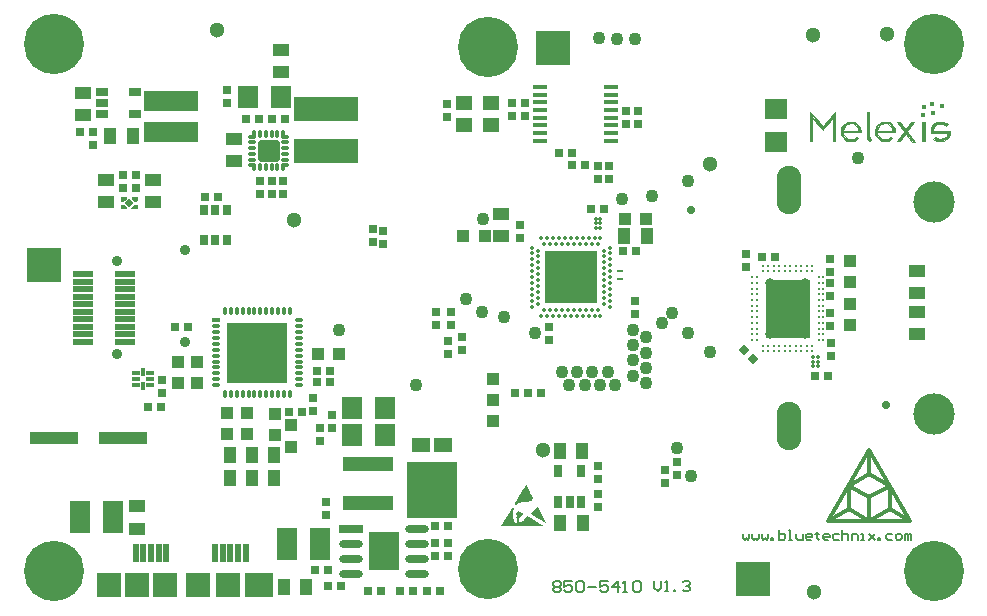
<source format=gts>
G04*
G04 #@! TF.GenerationSoftware,Altium Limited,Altium Designer,18.1.7 (191)*
G04*
G04 Layer_Color=8388736*
%FSLAX44Y44*%
%MOMM*%
G71*
G01*
G75*
%ADD10C,0.2000*%
%ADD11C,0.3000*%
%ADD70C,0.1016*%
%ADD71R,0.5000X0.2000*%
%ADD72R,3.0000X3.0000*%
%ADD73R,0.3302X0.3302*%
%ADD74R,2.5500X3.2500*%
%ADD75R,3.6958X5.0000*%
%ADD76R,0.7000X0.7000*%
%ADD77R,1.7000X1.9000*%
G04:AMPARAMS|DCode=78|XSize=0.7mm|YSize=0.3mm|CornerRadius=0.1mm|HoleSize=0mm|Usage=FLASHONLY|Rotation=180.000|XOffset=0mm|YOffset=0mm|HoleType=Round|Shape=RoundedRectangle|*
%AMROUNDEDRECTD78*
21,1,0.7000,0.1000,0,0,180.0*
21,1,0.5000,0.3000,0,0,180.0*
1,1,0.2000,-0.2500,0.0500*
1,1,0.2000,0.2500,0.0500*
1,1,0.2000,0.2500,-0.0500*
1,1,0.2000,-0.2500,-0.0500*
%
%ADD78ROUNDEDRECTD78*%
G04:AMPARAMS|DCode=79|XSize=0.7mm|YSize=0.3mm|CornerRadius=0.1mm|HoleSize=0mm|Usage=FLASHONLY|Rotation=270.000|XOffset=0mm|YOffset=0mm|HoleType=Round|Shape=RoundedRectangle|*
%AMROUNDEDRECTD79*
21,1,0.7000,0.1000,0,0,270.0*
21,1,0.5000,0.3000,0,0,270.0*
1,1,0.2000,-0.0500,-0.2500*
1,1,0.2000,-0.0500,0.2500*
1,1,0.2000,0.0500,0.2500*
1,1,0.2000,0.0500,-0.2500*
%
%ADD79ROUNDEDRECTD79*%
G04:AMPARAMS|DCode=80|XSize=0.35mm|YSize=0.7mm|CornerRadius=0.1125mm|HoleSize=0mm|Usage=FLASHONLY|Rotation=0.000|XOffset=0mm|YOffset=0mm|HoleType=Round|Shape=RoundedRectangle|*
%AMROUNDEDRECTD80*
21,1,0.3500,0.4750,0,0,0.0*
21,1,0.1250,0.7000,0,0,0.0*
1,1,0.2250,0.0625,-0.2375*
1,1,0.2250,-0.0625,-0.2375*
1,1,0.2250,-0.0625,0.2375*
1,1,0.2250,0.0625,0.2375*
%
%ADD80ROUNDEDRECTD80*%
G04:AMPARAMS|DCode=81|XSize=0.35mm|YSize=0.7mm|CornerRadius=0.1125mm|HoleSize=0mm|Usage=FLASHONLY|Rotation=270.000|XOffset=0mm|YOffset=0mm|HoleType=Round|Shape=RoundedRectangle|*
%AMROUNDEDRECTD81*
21,1,0.3500,0.4750,0,0,270.0*
21,1,0.1250,0.7000,0,0,270.0*
1,1,0.2250,-0.2375,-0.0625*
1,1,0.2250,-0.2375,0.0625*
1,1,0.2250,0.2375,0.0625*
1,1,0.2250,0.2375,-0.0625*
%
%ADD81ROUNDEDRECTD81*%
G04:AMPARAMS|DCode=82|XSize=1.78mm|YSize=1.78mm|CornerRadius=0.134mm|HoleSize=0mm|Usage=FLASHONLY|Rotation=270.000|XOffset=0mm|YOffset=0mm|HoleType=Round|Shape=RoundedRectangle|*
%AMROUNDEDRECTD82*
21,1,1.7800,1.5120,0,0,270.0*
21,1,1.5120,1.7800,0,0,270.0*
1,1,0.2680,-0.7560,-0.7560*
1,1,0.2680,-0.7560,0.7560*
1,1,0.2680,0.7560,0.7560*
1,1,0.2680,0.7560,-0.7560*
%
%ADD82ROUNDEDRECTD82*%
%ADD83R,5.4000X2.1000*%
G04:AMPARAMS|DCode=84|XSize=0.35mm|YSize=0.35mm|CornerRadius=0.1125mm|HoleSize=0mm|Usage=FLASHONLY|Rotation=90.000|XOffset=0mm|YOffset=0mm|HoleType=Round|Shape=RoundedRectangle|*
%AMROUNDEDRECTD84*
21,1,0.3500,0.1250,0,0,90.0*
21,1,0.1250,0.3500,0,0,90.0*
1,1,0.2250,0.0625,0.0625*
1,1,0.2250,0.0625,-0.0625*
1,1,0.2250,-0.0625,-0.0625*
1,1,0.2250,-0.0625,0.0625*
%
%ADD84ROUNDEDRECTD84*%
G04:AMPARAMS|DCode=85|XSize=4.45mm|YSize=4.45mm|CornerRadius=0.113mm|HoleSize=0mm|Usage=FLASHONLY|Rotation=90.000|XOffset=0mm|YOffset=0mm|HoleType=Round|Shape=RoundedRectangle|*
%AMROUNDEDRECTD85*
21,1,4.4500,4.2240,0,0,90.0*
21,1,4.2240,4.4500,0,0,90.0*
1,1,0.2260,2.1120,2.1120*
1,1,0.2260,2.1120,-2.1120*
1,1,0.2260,-2.1120,-2.1120*
1,1,0.2260,-2.1120,2.1120*
%
%ADD85ROUNDEDRECTD85*%
%ADD86R,1.1000X1.0000*%
%ADD87R,0.7000X0.7000*%
%ADD88R,0.6500X0.3500*%
%ADD89R,0.3500X0.6500*%
%ADD90R,0.3200X0.3500*%
%ADD91P,0.8202X4X180.0*%
%ADD92C,0.3000*%
%ADD93R,0.8000X1.1000*%
%ADD94R,0.8000X1.1000*%
%ADD95R,1.0000X0.7000*%
%ADD96R,1.1000X1.4000*%
%ADD97R,0.7500X0.3500*%
%ADD98O,0.7500X0.3500*%
%ADD99O,0.3500X0.7500*%
%ADD100R,5.2000X5.2000*%
%ADD101C,1.1000*%
%ADD102R,1.4000X1.1000*%
%ADD103C,0.3500*%
%ADD104R,1.3000X0.4000*%
%ADD105R,1.0000X1.1000*%
%ADD106R,1.9000X1.7000*%
%ADD107R,4.6000X1.7000*%
%ADD108R,1.4000X1.2000*%
%ADD109R,4.1000X1.1000*%
%ADD110R,1.5500X1.2500*%
%ADD111R,4.2500X4.7500*%
%ADD112R,1.7000X2.8000*%
%ADD113C,0.2800*%
%ADD114R,4.3000X1.3000*%
%ADD115R,2.0000X0.7000*%
%ADD116O,2.0000X0.7000*%
%ADD117R,0.7000X0.9000*%
%ADD118P,0.9900X4X360.0*%
%ADD119R,2.0000X2.0000*%
%ADD120R,0.5000X1.5000*%
%ADD121R,2.4000X2.0000*%
%ADD122R,1.7000X0.5000*%
%ADD123R,1.7000X0.5000*%
%ADD124C,0.7000*%
%ADD125C,3.5000*%
%ADD126C,0.9000*%
%ADD127C,1.3000*%
%ADD128C,0.8000*%
%ADD129C,5.1000*%
%ADD130O,2.1000X4.1000*%
%ADD131C,0.4500*%
%ADD132C,0.5500*%
G36*
X98098Y343493D02*
X98192Y343464D01*
X98279Y343418D01*
X98355Y343355D01*
X98418Y343279D01*
X98464Y343192D01*
X98493Y343098D01*
X98502Y343000D01*
Y340500D01*
Y340500D01*
Y340500D01*
X98498Y340452D01*
X98493Y340402D01*
X98493Y340402D01*
Y340402D01*
X98478Y340353D01*
X98464Y340308D01*
X98464Y340308D01*
X98464Y340308D01*
X98444Y340270D01*
X98418Y340221D01*
X98418Y340221D01*
X98418Y340221D01*
X98400Y340199D01*
X98355Y340145D01*
X98355Y340145D01*
X98355Y340145D01*
X98300Y340100D01*
X98279Y340082D01*
X98279Y340082D01*
X98279Y340082D01*
X98230Y340056D01*
X98192Y340036D01*
X98192Y340036D01*
X98192Y340036D01*
X98147Y340022D01*
X98098Y340007D01*
X98098D01*
X98098Y340007D01*
X98048Y340002D01*
X98000Y339998D01*
X98000D01*
X98000D01*
X95800Y339998D01*
X95800Y339998D01*
X95750Y340003D01*
X95701Y340008D01*
X95639Y340027D01*
X95607Y340036D01*
X95607Y340037D01*
X95607D01*
X95601Y340040D01*
X95520Y340083D01*
X95444Y340145D01*
X93647Y341943D01*
X93613Y341983D01*
X93585Y342018D01*
X93585Y342018D01*
X93584Y342019D01*
X93559Y342067D01*
X93538Y342104D01*
X93538Y342105D01*
X93538Y342106D01*
X93525Y342150D01*
X93510Y342199D01*
X93509Y342200D01*
X93509Y342200D01*
X93504Y342249D01*
X93499Y342297D01*
Y342298D01*
X93499Y342298D01*
X93499Y342298D01*
X93498Y342999D01*
X93498Y342999D01*
X93498Y343000D01*
X93502Y343046D01*
X93507Y343097D01*
X93507Y343097D01*
X93507Y343098D01*
X93521Y343143D01*
X93535Y343191D01*
X93536Y343192D01*
X93536Y343192D01*
X93558Y343234D01*
X93581Y343278D01*
X93582Y343279D01*
X93582Y343279D01*
X93612Y343315D01*
X93644Y343354D01*
X93644Y343355D01*
X93645Y343355D01*
X93682Y343386D01*
X93720Y343417D01*
X93720Y343417D01*
X93721Y343418D01*
X93764Y343441D01*
X93806Y343464D01*
X93807Y343464D01*
X93808Y343464D01*
X93854Y343478D01*
X93901Y343493D01*
X93901Y343493D01*
X93902Y343493D01*
X93951Y343498D01*
X93999Y343502D01*
X93999Y343502D01*
X94000Y343502D01*
X98000D01*
X98098Y343493D01*
D02*
G37*
G36*
X89049Y343498D02*
X89098Y343493D01*
X89099Y343493D01*
X89099Y343493D01*
X89146Y343478D01*
X89192Y343464D01*
X89193Y343464D01*
X89193Y343464D01*
X89236Y343441D01*
X89279Y343418D01*
X89280Y343417D01*
X89280Y343417D01*
X89318Y343386D01*
X89355Y343355D01*
X89356Y343355D01*
X89356Y343354D01*
X89388Y343315D01*
X89418Y343279D01*
X89418Y343279D01*
X89418Y343278D01*
X89442Y343234D01*
X89464Y343192D01*
X89464Y343192D01*
X89465Y343191D01*
X89479Y343143D01*
X89493Y343098D01*
X89493Y343097D01*
X89493Y343097D01*
X89498Y343046D01*
X89502Y343000D01*
X89502Y342999D01*
X89502Y342999D01*
X89501Y342298D01*
X89501Y342298D01*
X89501Y342298D01*
Y342297D01*
X89496Y342249D01*
X89491Y342200D01*
X89491Y342200D01*
X89490Y342199D01*
X89475Y342150D01*
X89462Y342106D01*
X89462Y342105D01*
X89462Y342104D01*
X89441Y342067D01*
X89416Y342019D01*
X89415Y342018D01*
X89415Y342018D01*
X89387Y341983D01*
X89353Y341943D01*
X87556Y340145D01*
X87480Y340083D01*
X87399Y340040D01*
X87393Y340037D01*
X87393D01*
X87393Y340036D01*
X87361Y340027D01*
X87299Y340008D01*
X87250Y340003D01*
X87200Y339998D01*
X87200Y339998D01*
X85000Y339998D01*
X85000D01*
X85000D01*
X84952Y340002D01*
X84902Y340007D01*
X84902Y340007D01*
X84902D01*
X84853Y340022D01*
X84808Y340036D01*
X84808Y340036D01*
X84808Y340036D01*
X84770Y340056D01*
X84721Y340082D01*
X84721Y340082D01*
X84721Y340082D01*
X84700Y340100D01*
X84645Y340145D01*
X84645Y340145D01*
X84645Y340145D01*
X84600Y340199D01*
X84582Y340221D01*
X84582Y340221D01*
X84582Y340221D01*
X84556Y340270D01*
X84536Y340308D01*
X84536Y340308D01*
X84536Y340308D01*
X84522Y340353D01*
X84507Y340402D01*
Y340402D01*
X84507Y340402D01*
X84502Y340452D01*
X84498Y340500D01*
Y340500D01*
Y340500D01*
Y343000D01*
X84507Y343098D01*
X84536Y343192D01*
X84582Y343279D01*
X84645Y343355D01*
X84721Y343418D01*
X84808Y343464D01*
X84902Y343493D01*
X85000Y343502D01*
X89000D01*
X89001Y343502D01*
X89001Y343502D01*
X89049Y343498D01*
D02*
G37*
G36*
X98048Y336998D02*
X98098Y336993D01*
X98098Y336993D01*
X98098D01*
X98147Y336978D01*
X98192Y336964D01*
X98192Y336964D01*
X98192Y336964D01*
X98230Y336944D01*
X98279Y336918D01*
X98279Y336918D01*
X98279Y336918D01*
X98300Y336900D01*
X98355Y336855D01*
X98355Y336855D01*
X98355Y336855D01*
X98400Y336801D01*
X98418Y336779D01*
X98418Y336779D01*
X98418Y336779D01*
X98444Y336730D01*
X98464Y336692D01*
X98464Y336692D01*
X98464Y336692D01*
X98478Y336647D01*
X98493Y336598D01*
Y336598D01*
X98493Y336598D01*
X98498Y336548D01*
X98502Y336500D01*
Y336500D01*
Y336500D01*
Y334000D01*
Y334000D01*
Y334000D01*
X98493Y333902D01*
X98475Y333845D01*
X98464Y333808D01*
X98464Y333808D01*
D01*
X98418Y333721D01*
X98378Y333672D01*
X98355Y333645D01*
X98355Y333645D01*
X98355Y333645D01*
X98328Y333622D01*
X98279Y333582D01*
X98192Y333536D01*
D01*
X98192Y333536D01*
X98155Y333525D01*
X98098Y333507D01*
X98000Y333498D01*
X98000D01*
X98000D01*
X93300Y333498D01*
X93299Y333498D01*
X93241Y333504D01*
X93201Y333508D01*
X93107Y333536D01*
D01*
X93107Y333536D01*
X93020Y333583D01*
X92993Y333605D01*
X92944Y333645D01*
X92904Y333694D01*
X92882Y333722D01*
X92860Y333762D01*
X92835Y333808D01*
X92807Y333903D01*
X92804Y333929D01*
X92797Y334001D01*
X92803Y334059D01*
X92807Y334099D01*
X92835Y334193D01*
D01*
X92835Y334193D01*
X92882Y334280D01*
X92904Y334307D01*
X92944Y334356D01*
X92944Y334356D01*
X95444Y336855D01*
X95444Y336855D01*
X95444Y336855D01*
X95444Y336855D01*
X95478Y336882D01*
X95520Y336917D01*
X95520Y336917D01*
X95520Y336917D01*
X95579Y336949D01*
X95607Y336964D01*
X95607Y336964D01*
X95607Y336964D01*
X95643Y336975D01*
X95701Y336992D01*
X95702Y336992D01*
D01*
X95800Y337002D01*
X95800Y337002D01*
X98000Y337002D01*
X98000D01*
X98000D01*
X98048Y336998D01*
D02*
G37*
G36*
X87200Y337002D02*
X87200Y337002D01*
X87250Y336997D01*
X87299Y336992D01*
X87361Y336973D01*
X87393Y336964D01*
X87393Y336964D01*
X87393D01*
X87399Y336960D01*
X87480Y336917D01*
X87556Y336855D01*
X89353Y335057D01*
X89387Y335017D01*
X89415Y334982D01*
X89415Y334982D01*
X89416Y334981D01*
X89441Y334933D01*
X89462Y334896D01*
X89462Y334895D01*
X89462Y334894D01*
X89475Y334851D01*
X89490Y334801D01*
X89491Y334800D01*
X89491Y334800D01*
X89496Y334751D01*
X89501Y334703D01*
Y334702D01*
X89501Y334702D01*
X89501Y334702D01*
X89502Y334001D01*
X89502Y334001D01*
X89502Y334000D01*
X89498Y333954D01*
X89493Y333903D01*
X89493Y333903D01*
X89493Y333902D01*
X89479Y333857D01*
X89465Y333809D01*
X89464Y333809D01*
X89464Y333808D01*
X89442Y333766D01*
X89418Y333722D01*
X89418Y333722D01*
X89418Y333721D01*
X89388Y333685D01*
X89356Y333646D01*
X89356Y333645D01*
X89355Y333645D01*
X89318Y333614D01*
X89280Y333583D01*
X89280Y333583D01*
X89279Y333582D01*
X89236Y333559D01*
X89193Y333536D01*
X89193Y333536D01*
X89192Y333536D01*
X89146Y333522D01*
X89099Y333507D01*
X89099Y333507D01*
X89098Y333507D01*
X89049Y333503D01*
X89001Y333498D01*
X89001Y333498D01*
X89000Y333498D01*
X85000D01*
X84902Y333507D01*
X84808Y333536D01*
X84721Y333582D01*
X84645Y333645D01*
X84582Y333721D01*
X84536Y333808D01*
X84507Y333902D01*
X84498Y334000D01*
Y336500D01*
Y336500D01*
Y336500D01*
X84502Y336548D01*
X84507Y336598D01*
X84507Y336598D01*
Y336598D01*
X84522Y336647D01*
X84536Y336692D01*
X84536Y336692D01*
X84536Y336692D01*
X84556Y336730D01*
X84582Y336779D01*
X84582Y336779D01*
X84582Y336779D01*
X84600Y336801D01*
X84645Y336855D01*
X84645Y336855D01*
X84645Y336855D01*
X84700Y336900D01*
X84721Y336918D01*
X84721Y336918D01*
X84721Y336918D01*
X84770Y336944D01*
X84808Y336964D01*
X84808Y336964D01*
X84808Y336964D01*
X84853Y336978D01*
X84902Y336993D01*
X84902D01*
X84902Y336993D01*
X84952Y336998D01*
X85000Y337002D01*
X85000D01*
X85000D01*
X87200Y337002D01*
D02*
G37*
G36*
X427758Y99962D02*
X427804Y99916D01*
X427850Y99824D01*
X427942Y99641D01*
X428079Y99366D01*
X428262Y99000D01*
X428491Y98541D01*
X428812Y97946D01*
X429179Y97167D01*
X429637Y96250D01*
X429912Y95746D01*
X430233Y95196D01*
X430553Y94555D01*
X430874Y93868D01*
X431241Y93180D01*
X431653Y92401D01*
X432111Y91531D01*
X432570Y90660D01*
X433028Y89698D01*
X433578Y88690D01*
Y88644D01*
X433532Y88552D01*
X433440Y88415D01*
X433303Y88231D01*
X433165Y87957D01*
X432890Y87727D01*
X432615Y87453D01*
X432249Y87178D01*
X431791Y86857D01*
X431287Y86582D01*
X430645Y86353D01*
X429912Y86124D01*
X429087Y85895D01*
X428171Y85757D01*
X427117Y85666D01*
X425925Y85620D01*
X425467D01*
X425146Y85574D01*
X424780Y85528D01*
X424322Y85482D01*
X423863Y85391D01*
X423314Y85299D01*
X422214Y84978D01*
X421068Y84520D01*
X420518Y84245D01*
X420014Y83924D01*
X419510Y83512D01*
X419098Y83054D01*
X419052Y83099D01*
X418915Y83191D01*
X418731Y83283D01*
X418502Y83466D01*
X417998Y83787D01*
X417815Y83970D01*
X417677Y84108D01*
X417723Y84153D01*
X417769Y84291D01*
X417907Y84474D01*
X418090Y84795D01*
X418319Y85116D01*
X418548Y85574D01*
X418869Y86032D01*
X419190Y86536D01*
X419556Y87132D01*
X419923Y87727D01*
X420747Y89056D01*
X421618Y90477D01*
X422535Y91943D01*
X423451Y93409D01*
X424322Y94876D01*
X425146Y96205D01*
X425880Y97396D01*
X426246Y97946D01*
X426521Y98450D01*
X426796Y98862D01*
X427025Y99229D01*
X427254Y99550D01*
X427392Y99779D01*
X427483Y99962D01*
X427529Y100008D01*
X427758D01*
Y99962D01*
D02*
G37*
G36*
X444483Y68162D02*
X444437D01*
X444392Y68116D01*
X444346Y68024D01*
X444300D01*
X444208Y68116D01*
X444071Y68208D01*
X443842Y68299D01*
X443567Y68482D01*
X443246Y68666D01*
X442467Y69078D01*
X441596Y69628D01*
X440542Y70224D01*
X439443Y70865D01*
X438297Y71507D01*
X437152Y72194D01*
X436052Y72835D01*
X434952Y73477D01*
X433944Y74073D01*
X433119Y74577D01*
X432707Y74852D01*
X432386Y75035D01*
X432111Y75218D01*
X431882Y75356D01*
X431699Y75493D01*
X431561Y75585D01*
Y75905D01*
X433761Y77693D01*
X433807Y77738D01*
X433944Y77876D01*
X434128Y78105D01*
X434357Y78426D01*
X434677Y78838D01*
X435044Y79342D01*
X435456Y79984D01*
X435869Y80671D01*
X437381Y81129D01*
X444483Y68162D01*
D02*
G37*
G36*
X416211Y81313D02*
X416349Y81267D01*
X416532Y81129D01*
X416761Y80992D01*
X417219Y80717D01*
X417403Y80579D01*
X417494Y80442D01*
X417448Y80350D01*
X417311Y80121D01*
X417128Y79755D01*
X416898Y79250D01*
X416669Y78655D01*
X416395Y78013D01*
X416165Y77326D01*
X415982Y76639D01*
Y76547D01*
Y76410D01*
Y76272D01*
X416028Y76043D01*
X416074Y75768D01*
Y75447D01*
X416165Y75127D01*
X416211Y74714D01*
X416303Y74256D01*
X416395Y73752D01*
X416532Y73202D01*
X416715Y72652D01*
X416853Y72011D01*
X417311Y70590D01*
X417677Y69170D01*
Y69124D01*
X417723Y69032D01*
X417769Y68849D01*
X417861Y68666D01*
X418044Y68345D01*
X418136Y68208D01*
X418227Y68162D01*
X419098Y67841D01*
X419556D01*
X419602Y67887D01*
X419739Y67933D01*
X419831Y68070D01*
X419969Y68253D01*
X420106Y68574D01*
X420198Y68987D01*
X420243Y69536D01*
Y69765D01*
Y69857D01*
Y70040D01*
X420198Y70361D01*
X420152Y70774D01*
X420014Y71186D01*
X419877Y71644D01*
X419648Y72056D01*
X419327Y72423D01*
Y72469D01*
X419373Y72606D01*
Y72790D01*
X419419Y73019D01*
X419464Y73523D01*
X419510Y73752D01*
Y73935D01*
Y74073D01*
Y74118D01*
Y74256D01*
X419464Y74439D01*
Y74714D01*
X419373Y75035D01*
X419281Y75402D01*
X419144Y75814D01*
X418960Y76272D01*
X419052Y76318D01*
X419235Y76501D01*
X419510Y76776D01*
X419831Y77097D01*
X420198Y77463D01*
X420473Y77876D01*
X420702Y78242D01*
X420839Y78563D01*
X420977D01*
X421068Y78471D01*
X421160Y78380D01*
X421343Y78242D01*
X421847Y77876D01*
X422443Y77418D01*
X423130Y76959D01*
X423818Y76547D01*
X424551Y76181D01*
X425238Y75905D01*
Y75768D01*
X425192Y75676D01*
X425055Y75539D01*
X424826Y75264D01*
X424642Y75081D01*
X424413Y74852D01*
X424138Y74531D01*
X423818Y74210D01*
X423451Y73844D01*
X422993Y73385D01*
X422489Y72881D01*
X421893Y72332D01*
Y72286D01*
X421847Y72194D01*
X421801Y72011D01*
X421710Y71827D01*
X421572Y71415D01*
X421526Y71232D01*
Y71048D01*
Y69674D01*
Y69628D01*
X421572Y69536D01*
X421618Y69490D01*
X421985Y68987D01*
X422351Y68712D01*
X422855D01*
X423039Y68757D01*
X423314Y68849D01*
X423634Y68987D01*
X423955Y69124D01*
X424276Y69307D01*
X424597Y69490D01*
X424780Y69765D01*
X425330Y70590D01*
Y70636D01*
X425376Y70682D01*
X425605Y70957D01*
X425880Y71369D01*
X426292Y71873D01*
X426750Y72377D01*
X427300Y72973D01*
X427942Y73477D01*
X428583Y73935D01*
X428629Y73889D01*
X428721Y73844D01*
X428950Y73706D01*
X429179Y73569D01*
X429500Y73385D01*
X429866Y73156D01*
X430278Y72881D01*
X430783Y72561D01*
X431836Y71919D01*
X433028Y71186D01*
X434265Y70407D01*
X435594Y69582D01*
X436877Y68757D01*
X438160Y67978D01*
X439351Y67245D01*
X440405Y66558D01*
X440863Y66283D01*
X441276Y66008D01*
X441688Y65779D01*
X442009Y65550D01*
X442238Y65367D01*
X442421Y65275D01*
X442559Y65183D01*
X442604Y65138D01*
Y65046D01*
X406451D01*
X406360Y65092D01*
X406268Y65138D01*
X406222Y65275D01*
X416074Y81358D01*
X416165D01*
X416211Y81313D01*
D02*
G37*
D10*
X611115Y58832D02*
Y54833D01*
X612448Y53500D01*
X613781Y54833D01*
X615114Y53500D01*
X616446Y54833D01*
Y58832D01*
X619112D02*
Y54833D01*
X620445Y53500D01*
X621778Y54833D01*
X623111Y53500D01*
X624444Y54833D01*
Y58832D01*
X627110D02*
Y54833D01*
X628443Y53500D01*
X629776Y54833D01*
X631109Y53500D01*
X632441Y54833D01*
Y58832D01*
X635107Y53500D02*
Y54833D01*
X636440D01*
Y53500D01*
X635107D01*
X641772Y61498D02*
Y53500D01*
X645770D01*
X647103Y54833D01*
Y56166D01*
Y57499D01*
X645770Y58832D01*
X641772D01*
X649769Y53500D02*
X652435D01*
X651102D01*
Y61498D01*
X649769D01*
X656434Y58832D02*
Y54833D01*
X657767Y53500D01*
X661765D01*
Y58832D01*
X668430Y53500D02*
X665764D01*
X664431Y54833D01*
Y57499D01*
X665764Y58832D01*
X668430D01*
X669763Y57499D01*
Y56166D01*
X664431D01*
X673761Y60165D02*
Y58832D01*
X672429D01*
X675094D01*
X673761D01*
Y54833D01*
X675094Y53500D01*
X683092D02*
X680426D01*
X679093Y54833D01*
Y57499D01*
X680426Y58832D01*
X683092D01*
X684425Y57499D01*
Y56166D01*
X679093D01*
X692422Y58832D02*
X688423D01*
X687090Y57499D01*
Y54833D01*
X688423Y53500D01*
X692422D01*
X695088Y61498D02*
Y53500D01*
Y57499D01*
X696421Y58832D01*
X699087D01*
X700419Y57499D01*
Y53500D01*
X703085D02*
Y58832D01*
X707084D01*
X708417Y57499D01*
Y53500D01*
X711083D02*
X713748D01*
X712416D01*
Y58832D01*
X711083D01*
X717747D02*
X723079Y53500D01*
X720413Y56166D01*
X723079Y58832D01*
X717747Y53500D01*
X725745D02*
Y54833D01*
X727078D01*
Y53500D01*
X725745D01*
X737741Y58832D02*
X733742D01*
X732409Y57499D01*
Y54833D01*
X733742Y53500D01*
X737741D01*
X741740D02*
X744405D01*
X745738Y54833D01*
Y57499D01*
X744405Y58832D01*
X741740D01*
X740407Y57499D01*
Y54833D01*
X741740Y53500D01*
X748404D02*
Y58832D01*
X749737D01*
X751070Y57499D01*
Y53500D01*
Y57499D01*
X752403Y58832D01*
X753736Y57499D01*
Y53500D01*
X450000Y17331D02*
X451666Y18997D01*
X454998D01*
X456665Y17331D01*
Y15664D01*
X454998Y13998D01*
X456665Y12332D01*
Y10666D01*
X454998Y9000D01*
X451666D01*
X450000Y10666D01*
Y12332D01*
X451666Y13998D01*
X450000Y15664D01*
Y17331D01*
X451666Y13998D02*
X454998D01*
X466661Y18997D02*
X459997D01*
Y13998D01*
X463329Y15664D01*
X464995D01*
X466661Y13998D01*
Y10666D01*
X464995Y9000D01*
X461663D01*
X459997Y10666D01*
X469994Y17331D02*
X471660Y18997D01*
X474992D01*
X476658Y17331D01*
Y10666D01*
X474992Y9000D01*
X471660D01*
X469994Y10666D01*
Y17331D01*
X479990Y13998D02*
X486655D01*
X496652Y18997D02*
X489987D01*
Y13998D01*
X493319Y15664D01*
X494986D01*
X496652Y13998D01*
Y10666D01*
X494986Y9000D01*
X491653D01*
X489987Y10666D01*
X504982Y9000D02*
Y18997D01*
X499984Y13998D01*
X506648D01*
X509981Y9000D02*
X513313D01*
X511647D01*
Y18997D01*
X509981Y17331D01*
X518311D02*
X519977Y18997D01*
X523310D01*
X524976Y17331D01*
Y10666D01*
X523310Y9000D01*
X519977D01*
X518311Y10666D01*
Y17331D01*
X536000Y18997D02*
Y12999D01*
X538999Y10000D01*
X541998Y12999D01*
Y18997D01*
X544997Y10000D02*
X547996D01*
X546497D01*
Y18997D01*
X544997Y17498D01*
X552495Y10000D02*
Y11500D01*
X553994D01*
Y10000D01*
X552495D01*
X559992Y17498D02*
X561492Y18997D01*
X564491D01*
X565990Y17498D01*
Y15998D01*
X564491Y14498D01*
X562991D01*
X564491D01*
X565990Y12999D01*
Y11500D01*
X564491Y10000D01*
X561492D01*
X559992Y11500D01*
D11*
X718118Y89500D02*
X735439Y99500D01*
X718118Y69500D02*
Y89500D01*
X700798Y99500D02*
X718118Y89500D01*
X700798Y79500D02*
X718118Y69500D01*
Y109500D02*
X735439Y99500D01*
X700798D02*
X718118Y109500D01*
X683477Y69500D02*
X700798Y79500D01*
X718118Y69500D02*
X735439Y79500D01*
X752759Y69500D01*
X718118Y109500D02*
Y129500D01*
X700798Y79500D02*
Y99500D01*
X735439Y79500D02*
Y99500D01*
X718118Y129500D02*
X752759Y69500D01*
X683477D02*
X752759D01*
X683477D02*
X718118Y129500D01*
D70*
X669120Y390856D02*
X669882D01*
Y410414D01*
X670390D01*
X670644Y410160D01*
X678518Y402794D01*
X687408Y410414D01*
X678772Y401016D02*
X687408Y410414D01*
X678518Y400508D02*
X678772Y401016D01*
X670390Y409652D02*
X678518Y400508D01*
X670390Y409652D02*
Y409906D01*
X669882Y410922D02*
X670390Y409906D01*
X669628Y410668D02*
X669882Y410922D01*
X669628Y410668D02*
X678518Y401270D01*
X687662Y411176D01*
Y391110D02*
Y411176D01*
Y391110D02*
X688170D01*
Y390856D02*
Y391110D01*
X687408Y390856D02*
X688170D01*
X687408D02*
Y412700D01*
X688170D01*
X678518Y402032D02*
X688170Y412700D01*
X669628Y411684D02*
X678518Y402032D01*
X669374Y411684D02*
X669628D01*
X669374D02*
Y412700D01*
X669628D01*
Y390856D02*
Y412700D01*
X668866Y390856D02*
X669628D01*
X668866D02*
Y391364D01*
X668104D02*
X668866D01*
X668104Y390856D02*
Y391364D01*
Y390856D02*
X668866D01*
Y413970D01*
X668612D02*
X668866D01*
X668612D02*
X678518Y403048D01*
X688170Y413716D01*
Y390856D02*
Y413716D01*
Y390856D02*
X688932D01*
Y415494D01*
X678518Y403810D02*
X688932Y415494D01*
X668104D02*
X678518Y403810D01*
X668104Y390856D02*
Y415494D01*
X723984Y396698D02*
X724238Y396444D01*
X725000Y395428D01*
X725508Y394666D01*
X726016Y394412D01*
X726778Y393650D01*
X727794Y392888D01*
X729064Y392380D01*
X730334Y392126D01*
X733128Y392380D01*
X735160Y393142D01*
X735922Y393904D01*
X736430Y393396D01*
X735922Y392888D02*
X736430Y393396D01*
X734906Y392380D02*
X735922Y392888D01*
X733890Y392126D02*
X734906Y392380D01*
X733128Y391618D02*
X733890Y392126D01*
X730080Y391618D02*
X733128D01*
X729318Y391872D02*
X730080Y391618D01*
X728302Y392126D02*
X729318Y391872D01*
X727032Y392888D02*
X728302Y392126D01*
X725508Y393904D02*
X727032Y392888D01*
X724746Y394920D02*
X725508Y393904D01*
X724492Y394920D02*
X724746D01*
X723984Y395682D02*
X724492Y394920D01*
X723984Y395682D02*
X725000Y395936D01*
X723984Y396698D02*
X725000Y395936D01*
X723476Y397460D02*
X723984Y396698D01*
X723476Y397460D02*
X723730Y397714D01*
X725000Y396444D01*
X724492Y397714D02*
X725000Y396444D01*
X723984Y398476D02*
X724492Y397714D01*
X723730Y400000D02*
X723984Y398476D01*
X723730Y400000D02*
Y401524D01*
X724238Y402540D01*
X724746Y403810D01*
X725508Y404826D01*
X726270Y405334D01*
X727286Y406350D01*
X728556Y406604D01*
X730080Y407112D01*
X733636D01*
X734144Y406604D01*
X735414Y406096D01*
X736176Y405334D01*
X737700Y404064D01*
X737954Y403556D01*
X738462Y402286D01*
X738970Y401270D01*
X739224Y400254D01*
X738970Y399492D02*
X739224Y400254D01*
X738462Y400000D02*
X738970Y399492D01*
X738462Y400000D02*
Y400508D01*
X738208Y401778D02*
X738462Y400508D01*
X737192Y403810D02*
X738208Y401778D01*
X736684Y404572D02*
X737192Y403810D01*
X735414Y405588D02*
X736684Y404572D01*
X734398Y406096D02*
X735414Y405588D01*
X733128Y406604D02*
X734398Y406096D01*
X731858Y406858D02*
X733128Y406604D01*
X730588Y406858D02*
X731858D01*
X729826Y406604D02*
X730588Y406858D01*
X728302Y406350D02*
X729826Y406604D01*
X727540Y405588D02*
X728302Y406350D01*
X726524Y405080D02*
X727540Y405588D01*
X726016Y404318D02*
X726524Y405080D01*
X725254Y403302D02*
X726016Y404318D01*
X724492Y401778D02*
X725254Y403302D01*
X724238Y400508D02*
X724492Y401778D01*
X724238Y400508D02*
X724492Y399492D01*
X725254Y398730D01*
X724746D02*
X725254D01*
X724746D02*
Y399238D01*
X737192D01*
X737446Y398984D01*
X738716D01*
X737954Y399492D02*
X738716Y398984D01*
X737446Y400000D02*
X737954Y399492D01*
X725000Y400000D02*
X737446D01*
X725000D02*
Y400508D01*
X725254Y401524D01*
X726524Y404064D01*
X727540Y404826D01*
X728302Y405588D01*
X729572Y405842D01*
X730588Y406096D01*
X732874D01*
X734906Y405080D01*
X735922Y404318D01*
X736684Y403556D01*
X737446Y402286D01*
X737700Y401016D01*
Y400000D02*
Y401016D01*
Y400000D02*
X738970Y399238D01*
X739732Y398476D01*
X725762D02*
X739732D01*
X725000Y398222D02*
X725762Y398476D01*
X725000Y397460D02*
Y398222D01*
Y397460D02*
X725254Y396444D01*
X725762Y395936D01*
X725254Y396190D02*
X725762Y395936D01*
X725254Y396190D02*
X727032Y394412D01*
X728048Y393650D01*
X728810Y393142D01*
X728556D02*
X728810D01*
X728556D02*
X729826Y392888D01*
X730842Y392634D01*
X732874D01*
X733890Y392888D01*
X734906Y393650D01*
X735922Y394666D01*
X737192Y393396D01*
X736684Y392888D02*
X737192Y393396D01*
X735922Y392380D02*
X736684Y392888D01*
X734652Y391618D02*
X735922Y392380D01*
X733128Y391110D02*
X734652Y391618D01*
X731858Y390856D02*
X733128Y391110D01*
X730334Y390856D02*
X731858D01*
X729064Y391110D02*
X730334Y390856D01*
X728048Y391618D02*
X729064Y391110D01*
X726778Y392380D02*
X728048Y391618D01*
X725254Y393396D02*
X726778Y392380D01*
X723730Y395174D02*
X725254Y393396D01*
X723222Y396698D02*
X723730Y395174D01*
X722968Y397714D02*
X723222Y396698D01*
X722968Y397714D02*
Y400762D01*
X723476Y402540D01*
X723984Y403810D01*
X725000Y405080D01*
X727032Y406604D01*
X728048Y407112D01*
X729318Y407366D01*
X730334Y407620D01*
X733382D01*
X734906Y407112D01*
X736176Y406350D01*
X738462Y404064D01*
X738970Y403048D01*
X739478Y401778D01*
X739732Y400254D01*
Y398476D02*
Y400254D01*
X695028Y396698D02*
X695282Y396444D01*
X696044Y395428D01*
X696552Y394666D01*
X697060Y394412D01*
X697822Y393650D01*
X698838Y392888D01*
X700108Y392380D01*
X701378Y392126D01*
X704172Y392380D01*
X706204Y393142D01*
X706966Y393904D01*
X707474Y393396D01*
X706966Y392888D02*
X707474Y393396D01*
X705950Y392380D02*
X706966Y392888D01*
X704934Y392126D02*
X705950Y392380D01*
X704172Y391618D02*
X704934Y392126D01*
X701124Y391618D02*
X704172D01*
X700362Y391872D02*
X701124Y391618D01*
X699346Y392126D02*
X700362Y391872D01*
X698076Y392888D02*
X699346Y392126D01*
X696552Y393904D02*
X698076Y392888D01*
X695790Y394920D02*
X696552Y393904D01*
X695536Y394920D02*
X695790D01*
X695028Y395682D02*
X695536Y394920D01*
X695028Y395682D02*
X696044Y395936D01*
X695028Y396698D02*
X696044Y395936D01*
X694520Y397460D02*
X695028Y396698D01*
X694520Y397460D02*
X694774Y397714D01*
X696044Y396444D01*
X695536Y397714D02*
X696044Y396444D01*
X695028Y398476D02*
X695536Y397714D01*
X694774Y400000D02*
X695028Y398476D01*
X694774Y400000D02*
Y401524D01*
X695282Y402540D01*
X695790Y403810D01*
X696552Y404826D01*
X697314Y405334D01*
X698330Y406350D01*
X699600Y406604D01*
X701124Y407112D01*
X704680D01*
X705188Y406604D01*
X706458Y406096D01*
X707220Y405334D01*
X708744Y404064D01*
X708998Y403556D01*
X709506Y402286D01*
X710014Y401270D01*
X710268Y400254D01*
X710014Y399492D02*
X710268Y400254D01*
X709506Y400000D02*
X710014Y399492D01*
X709506Y400000D02*
Y400508D01*
X709252Y401778D02*
X709506Y400508D01*
X708236Y403810D02*
X709252Y401778D01*
X707728Y404572D02*
X708236Y403810D01*
X706458Y405588D02*
X707728Y404572D01*
X705442Y406096D02*
X706458Y405588D01*
X704172Y406604D02*
X705442Y406096D01*
X702902Y406858D02*
X704172Y406604D01*
X701632Y406858D02*
X702902D01*
X700870Y406604D02*
X701632Y406858D01*
X699346Y406350D02*
X700870Y406604D01*
X698584Y405588D02*
X699346Y406350D01*
X697568Y405080D02*
X698584Y405588D01*
X697060Y404318D02*
X697568Y405080D01*
X696298Y403302D02*
X697060Y404318D01*
X695536Y401778D02*
X696298Y403302D01*
X695282Y400508D02*
X695536Y401778D01*
X695282Y400508D02*
X695536Y399492D01*
X696298Y398730D01*
X695790D02*
X696298D01*
X695790D02*
Y399238D01*
X708236D01*
X708490Y398984D01*
X709760D01*
X708998Y399492D02*
X709760Y398984D01*
X708490Y400000D02*
X708998Y399492D01*
X696044Y400000D02*
X708490D01*
X696044D02*
Y400508D01*
X696298Y401524D01*
X697568Y404064D01*
X698584Y404826D01*
X699346Y405588D01*
X700616Y405842D01*
X701632Y406096D01*
X703918D01*
X705950Y405080D01*
X706966Y404318D01*
X707728Y403556D01*
X708490Y402286D01*
X708744Y401016D01*
Y400000D02*
Y401016D01*
Y400000D02*
X710014Y399238D01*
X710776Y398476D01*
X696806D02*
X710776D01*
X696044Y398222D02*
X696806Y398476D01*
X696044Y397460D02*
Y398222D01*
Y397460D02*
X696298Y396444D01*
X696806Y395936D01*
X696298Y396190D02*
X696806Y395936D01*
X696298Y396190D02*
X698076Y394412D01*
X699092Y393650D01*
X699854Y393142D01*
X699600D02*
X699854D01*
X699600D02*
X700870Y392888D01*
X701886Y392634D01*
X703918D01*
X704934Y392888D01*
X705950Y393650D01*
X706966Y394666D01*
X708236Y393396D01*
X707728Y392888D02*
X708236Y393396D01*
X706966Y392380D02*
X707728Y392888D01*
X705696Y391618D02*
X706966Y392380D01*
X704172Y391110D02*
X705696Y391618D01*
X702902Y390856D02*
X704172Y391110D01*
X701378Y390856D02*
X702902D01*
X700108Y391110D02*
X701378Y390856D01*
X699092Y391618D02*
X700108Y391110D01*
X697822Y392380D02*
X699092Y391618D01*
X696298Y393396D02*
X697822Y392380D01*
X694774Y395174D02*
X696298Y393396D01*
X694266Y396698D02*
X694774Y395174D01*
X694012Y397714D02*
X694266Y396698D01*
X694012Y397714D02*
Y400762D01*
X694520Y402540D01*
X695028Y403810D01*
X696044Y405080D01*
X698076Y406604D01*
X699092Y407112D01*
X700362Y407366D01*
X701378Y407620D01*
X704426D01*
X705950Y407112D01*
X707220Y406350D01*
X709506Y404064D01*
X710014Y403048D01*
X710522Y401778D01*
X710776Y400254D01*
Y398476D02*
Y400254D01*
X717888Y392126D02*
X718142Y391618D01*
X717380Y392888D02*
X717888Y392126D01*
X716872Y393904D02*
X717380Y392888D01*
X716364Y394666D02*
X716872Y393904D01*
X716364Y394666D02*
Y415240D01*
X716872D01*
Y395428D02*
Y415240D01*
Y395428D02*
X717126Y394666D01*
X717634Y393650D01*
X718650Y392126D01*
X719158Y392634D01*
X719412Y392126D01*
X717888Y391110D02*
X719412Y392126D01*
X716872Y392380D02*
X717888Y391110D01*
X716110Y393650D02*
X716872Y392380D01*
X715856Y394666D02*
X716110Y393650D01*
X715856Y394666D02*
Y416002D01*
X717634D01*
Y395428D02*
Y416002D01*
Y395428D02*
X718396Y393904D01*
X719412Y392126D01*
X743288Y391364D02*
X755226Y407366D01*
X754464D02*
X755226D01*
X742526Y391364D02*
X754464Y407366D01*
X741510Y390856D02*
X742526Y391364D01*
X741510Y390856D02*
X743796D01*
X755988Y407620D01*
X753702D02*
X755988D01*
X741510Y390856D02*
X753702Y407620D01*
X743288Y407366D02*
X755734Y390856D01*
X754718Y391110D02*
X755734Y390856D01*
X742780Y407112D02*
X754718Y391110D01*
X741510Y407620D02*
X742780Y407112D01*
X741510Y407620D02*
X743796D01*
X756496Y390602D01*
X754210D02*
X756496D01*
X741510Y407620D02*
X754210Y390602D01*
X763862Y391110D02*
Y407366D01*
X763100Y391110D02*
X763862D01*
X763100Y390856D02*
Y391110D01*
Y390856D02*
X764624D01*
Y407620D01*
X763100D02*
X764624D01*
X763100Y390856D02*
Y407620D01*
X770720Y398984D02*
X784182D01*
X785706Y398730D01*
X785198Y399238D02*
X785706Y398730D01*
X784944Y398476D02*
X785198Y399238D01*
X784944Y397206D02*
Y398476D01*
X784182Y395428D02*
X784944Y397206D01*
X783674Y394666D02*
X784182Y395428D01*
X783674Y394666D02*
X784436D01*
X784690Y396444D01*
X784436Y395682D02*
X784690Y396444D01*
X783928Y394920D02*
X784436Y395682D01*
X782912Y394158D02*
X783928Y394920D01*
X781642Y393396D02*
X782912Y394158D01*
X780372Y392888D02*
X781642Y393396D01*
X777832Y392380D02*
X780372Y392888D01*
X776054Y392634D02*
X777832Y392380D01*
X774276Y393904D02*
X776054Y392634D01*
X774276Y393904D02*
X774784Y393142D01*
X774022Y393904D02*
X774784Y393142D01*
X773514Y394158D02*
X774022Y393904D01*
X773514Y393142D02*
Y394158D01*
Y393142D02*
X775546Y392126D01*
X777832Y391618D01*
X779610Y391872D01*
X782150Y392634D01*
X783928Y393904D01*
X785198Y395682D01*
X786214Y398222D01*
X785960Y398730D02*
X786214Y398222D01*
X785706Y397968D02*
X785960Y398730D01*
X785452Y396190D02*
X785706Y397968D01*
X785452Y396190D02*
X785706Y397206D01*
X785452Y397968D02*
X785706Y397206D01*
X785452Y397968D02*
X785960Y398730D01*
X786214Y399492D01*
X772244D02*
X786214D01*
X771736Y398984D02*
X772244Y399492D01*
X771736Y398984D02*
Y400254D01*
X770974Y398730D02*
X771736Y400254D01*
X770974Y398730D02*
X771228Y400000D01*
X771482Y401016D01*
X771736Y402286D01*
Y401270D02*
Y402286D01*
X771228Y401778D02*
X771736Y401270D01*
X771228Y401778D02*
X771736Y402794D01*
X772752Y403810D01*
X773768Y404572D01*
X772752Y403556D02*
X773768Y404572D01*
X771990Y403302D02*
X772752Y403556D01*
X771990Y403302D02*
X772752Y404572D01*
X773768Y404826D01*
X775546Y406096D01*
X778086Y406604D01*
X780372Y406350D01*
X781388Y406096D01*
X782658Y405334D01*
X783420Y404826D01*
X783928Y405334D01*
X783166Y405842D02*
X783928Y405334D01*
X782150Y406350D02*
X783166Y405842D01*
X780118Y406858D02*
X782150Y406350D01*
X775800Y406858D02*
X780118D01*
X773260Y405334D02*
X775800Y406858D01*
X772244Y404826D02*
X773260Y405334D01*
X771228Y403302D02*
X772244Y404826D01*
X770720Y400762D02*
X771228Y403302D01*
X770466Y398984D02*
X770720Y400762D01*
X769958Y398222D02*
X770466Y398984D01*
X769958Y398222D02*
X784182D01*
Y396698D02*
Y398222D01*
X783674Y395682D02*
X784182Y396698D01*
X783166Y394920D02*
X783674Y395682D01*
X782404Y394412D02*
X783166Y394920D01*
X781388Y393904D02*
X782404Y394412D01*
X780118Y393396D02*
X781388Y393904D01*
X779102Y393142D02*
X780118Y393396D01*
X777070Y393142D02*
X779102D01*
X775800Y393650D02*
X777070Y393142D01*
X774530Y394412D02*
X775800Y393650D01*
X773768Y394920D02*
X774530Y394412D01*
X772244Y393142D02*
X773768Y394920D01*
X772244Y393142D02*
X773260Y392380D01*
X775292Y391618D01*
X776816Y391110D01*
X779610D01*
X781134Y391618D01*
X783420Y392634D01*
X784690Y393904D01*
X785960Y395428D01*
X786468Y397206D01*
Y400000D01*
X772244D02*
X786468D01*
X772244D02*
Y401270D01*
X772498Y402286D01*
X773260Y403556D01*
X774530Y404826D01*
X775800Y405334D01*
X776816Y405842D01*
X779610D01*
X780626Y405588D01*
X781896Y405080D01*
X783420Y404064D01*
X784690Y405334D01*
X783674Y406096D02*
X784690Y405334D01*
X782404Y406858D02*
X783674Y406096D01*
X780880Y407366D02*
X782404Y406858D01*
X779610Y407620D02*
X780880Y407366D01*
X776816Y407620D02*
X779610D01*
X775546Y407366D02*
X776816Y407620D01*
X773514Y406350D02*
X775546Y407366D01*
X772244Y405334D02*
X773514Y406350D01*
X771228Y404318D02*
X772244Y405334D01*
X770466Y402794D02*
X771228Y404318D01*
X769958Y400254D02*
X770466Y402794D01*
X769958Y398222D02*
Y400254D01*
X667850Y415748D02*
X668104Y415494D01*
X667850Y390856D02*
Y415748D01*
Y390856D02*
X668612D01*
X689186Y415748D02*
X689440D01*
Y390856D02*
Y415748D01*
X688170Y390856D02*
X689440D01*
X763862D02*
X764878D01*
Y407620D01*
X762846D02*
X764878D01*
X762846Y390856D02*
Y407620D01*
Y390856D02*
X763354D01*
X716872Y395428D02*
Y415240D01*
X724492Y397714D02*
X725000Y396444D01*
X715856Y394666D02*
Y416002D01*
X716364Y394666D02*
Y415240D01*
X762846Y390856D02*
X763354D01*
X762846D02*
Y407620D01*
X764878D01*
Y390856D02*
Y407620D01*
X763862Y390856D02*
X764878D01*
X688170D02*
X689440D01*
Y415748D01*
X689186D02*
X689440D01*
X667850Y390856D02*
X668612D01*
X667850D02*
Y415748D01*
X668104Y415494D01*
X769958Y398222D02*
Y400254D01*
X770466Y402794D01*
X771228Y404318D01*
X772244Y405334D01*
X773514Y406350D01*
X775546Y407366D01*
X776816Y407620D01*
X779610D01*
X780880Y407366D01*
X782404Y406858D01*
X783674Y406096D01*
X784690Y405334D01*
X783420Y404064D02*
X784690Y405334D01*
X781896Y405080D02*
X783420Y404064D01*
X780626Y405588D02*
X781896Y405080D01*
X779610Y405842D02*
X780626Y405588D01*
X776816Y405842D02*
X779610D01*
X775800Y405334D02*
X776816Y405842D01*
X774530Y404826D02*
X775800Y405334D01*
X773260Y403556D02*
X774530Y404826D01*
X772498Y402286D02*
X773260Y403556D01*
X772244Y401270D02*
X772498Y402286D01*
X772244Y400000D02*
Y401270D01*
Y400000D02*
X786468D01*
Y397206D02*
Y400000D01*
X785960Y395428D02*
X786468Y397206D01*
X784690Y393904D02*
X785960Y395428D01*
X783420Y392634D02*
X784690Y393904D01*
X781134Y391618D02*
X783420Y392634D01*
X779610Y391110D02*
X781134Y391618D01*
X776816Y391110D02*
X779610D01*
X775292Y391618D02*
X776816Y391110D01*
X773260Y392380D02*
X775292Y391618D01*
X772244Y393142D02*
X773260Y392380D01*
X772244Y393142D02*
X773768Y394920D01*
X774530Y394412D01*
X775800Y393650D01*
X777070Y393142D01*
X779102D01*
X780118Y393396D01*
X781388Y393904D01*
X782404Y394412D01*
X783166Y394920D01*
X783674Y395682D01*
X784182Y396698D01*
Y398222D01*
X769958D02*
X784182D01*
X769958D02*
X770466Y398984D01*
X770720Y400762D01*
X771228Y403302D01*
X772244Y404826D01*
X773260Y405334D01*
X775800Y406858D01*
X780118D01*
X782150Y406350D01*
X783166Y405842D01*
X783928Y405334D01*
X783420Y404826D02*
X783928Y405334D01*
X782658D02*
X783420Y404826D01*
X781388Y406096D02*
X782658Y405334D01*
X780372Y406350D02*
X781388Y406096D01*
X778086Y406604D02*
X780372Y406350D01*
X775546Y406096D02*
X778086Y406604D01*
X773768Y404826D02*
X775546Y406096D01*
X772752Y404572D02*
X773768Y404826D01*
X771990Y403302D02*
X772752Y404572D01*
X771990Y403302D02*
X772752Y403556D01*
X773768Y404572D01*
X772752Y403810D02*
X773768Y404572D01*
X771736Y402794D02*
X772752Y403810D01*
X771228Y401778D02*
X771736Y402794D01*
X771228Y401778D02*
X771736Y401270D01*
Y402286D01*
X771482Y401016D02*
X771736Y402286D01*
X771228Y400000D02*
X771482Y401016D01*
X770974Y398730D02*
X771228Y400000D01*
X770974Y398730D02*
X771736Y400254D01*
Y398984D02*
Y400254D01*
Y398984D02*
X772244Y399492D01*
X786214D01*
X785960Y398730D02*
X786214Y399492D01*
X785452Y397968D02*
X785960Y398730D01*
X785452Y397968D02*
X785706Y397206D01*
X785452Y396190D02*
X785706Y397206D01*
X785452Y396190D02*
X785706Y397968D01*
X785960Y398730D01*
X786214Y398222D01*
X785198Y395682D02*
X786214Y398222D01*
X783928Y393904D02*
X785198Y395682D01*
X782150Y392634D02*
X783928Y393904D01*
X779610Y391872D02*
X782150Y392634D01*
X777832Y391618D02*
X779610Y391872D01*
X775546Y392126D02*
X777832Y391618D01*
X773514Y393142D02*
X775546Y392126D01*
X773514Y393142D02*
Y394158D01*
X774022Y393904D01*
X774784Y393142D01*
X774276Y393904D02*
X774784Y393142D01*
X774276Y393904D02*
X776054Y392634D01*
X777832Y392380D01*
X780372Y392888D01*
X781642Y393396D01*
X782912Y394158D01*
X783928Y394920D01*
X784436Y395682D01*
X784690Y396444D01*
X784436Y394666D02*
X784690Y396444D01*
X783674Y394666D02*
X784436D01*
X783674D02*
X784182Y395428D01*
X784944Y397206D01*
Y398476D01*
X785198Y399238D01*
X785706Y398730D01*
X784182Y398984D02*
X785706Y398730D01*
X770720Y398984D02*
X784182D01*
X763100Y390856D02*
Y407620D01*
X764624D01*
Y390856D02*
Y407620D01*
X763100Y390856D02*
X764624D01*
X763100D02*
Y391110D01*
X763862D01*
Y407366D01*
X741510Y407620D02*
X754210Y390602D01*
X756496D01*
X743796Y407620D02*
X756496Y390602D01*
X741510Y407620D02*
X743796D01*
X741510D02*
X742780Y407112D01*
X754718Y391110D01*
X755734Y390856D01*
X743288Y407366D02*
X755734Y390856D01*
X741510D02*
X753702Y407620D01*
X755988D01*
X743796Y390856D02*
X755988Y407620D01*
X741510Y390856D02*
X743796D01*
X741510D02*
X742526Y391364D01*
X754464Y407366D01*
X755226D01*
X743288Y391364D02*
X755226Y407366D01*
X718396Y393904D02*
X719412Y392126D01*
X717634Y395428D02*
X718396Y393904D01*
X717634Y395428D02*
Y416002D01*
X715856D02*
X717634D01*
X715856Y394666D02*
X716110Y393650D01*
X716872Y392380D01*
X717888Y391110D01*
X719412Y392126D01*
X719158Y392634D02*
X719412Y392126D01*
X718650D02*
X719158Y392634D01*
X717634Y393650D02*
X718650Y392126D01*
X717126Y394666D02*
X717634Y393650D01*
X716872Y395428D02*
X717126Y394666D01*
X716364Y415240D02*
X716872D01*
X716364Y394666D02*
X716872Y393904D01*
X717380Y392888D01*
X717888Y392126D01*
X718142Y391618D01*
X710776Y398476D02*
Y400254D01*
X710522Y401778D02*
X710776Y400254D01*
X710014Y403048D02*
X710522Y401778D01*
X709506Y404064D02*
X710014Y403048D01*
X707220Y406350D02*
X709506Y404064D01*
X705950Y407112D02*
X707220Y406350D01*
X704426Y407620D02*
X705950Y407112D01*
X701378Y407620D02*
X704426D01*
X700362Y407366D02*
X701378Y407620D01*
X699092Y407112D02*
X700362Y407366D01*
X698076Y406604D02*
X699092Y407112D01*
X696044Y405080D02*
X698076Y406604D01*
X695028Y403810D02*
X696044Y405080D01*
X694520Y402540D02*
X695028Y403810D01*
X694012Y400762D02*
X694520Y402540D01*
X694012Y397714D02*
Y400762D01*
Y397714D02*
X694266Y396698D01*
X694774Y395174D01*
X696298Y393396D01*
X697822Y392380D01*
X699092Y391618D01*
X700108Y391110D01*
X701378Y390856D01*
X702902D01*
X704172Y391110D01*
X705696Y391618D01*
X706966Y392380D01*
X707728Y392888D01*
X708236Y393396D01*
X706966Y394666D02*
X708236Y393396D01*
X705950Y393650D02*
X706966Y394666D01*
X704934Y392888D02*
X705950Y393650D01*
X703918Y392634D02*
X704934Y392888D01*
X701886Y392634D02*
X703918D01*
X700870Y392888D02*
X701886Y392634D01*
X699600Y393142D02*
X700870Y392888D01*
X699600Y393142D02*
X699854D01*
X699092Y393650D02*
X699854Y393142D01*
X698076Y394412D02*
X699092Y393650D01*
X696298Y396190D02*
X698076Y394412D01*
X696298Y396190D02*
X696806Y395936D01*
X696298Y396444D02*
X696806Y395936D01*
X696044Y397460D02*
X696298Y396444D01*
X696044Y397460D02*
Y398222D01*
X696806Y398476D01*
X710776D01*
X710014Y399238D02*
X710776Y398476D01*
X708744Y400000D02*
X710014Y399238D01*
X708744Y400000D02*
Y401016D01*
X708490Y402286D02*
X708744Y401016D01*
X707728Y403556D02*
X708490Y402286D01*
X706966Y404318D02*
X707728Y403556D01*
X705950Y405080D02*
X706966Y404318D01*
X703918Y406096D02*
X705950Y405080D01*
X701632Y406096D02*
X703918D01*
X700616Y405842D02*
X701632Y406096D01*
X699346Y405588D02*
X700616Y405842D01*
X698584Y404826D02*
X699346Y405588D01*
X697568Y404064D02*
X698584Y404826D01*
X696298Y401524D02*
X697568Y404064D01*
X696044Y400508D02*
X696298Y401524D01*
X696044Y400000D02*
Y400508D01*
Y400000D02*
X708490D01*
X708998Y399492D01*
X709760Y398984D01*
X708490D02*
X709760D01*
X708236Y399238D02*
X708490Y398984D01*
X695790Y399238D02*
X708236D01*
X695790Y398730D02*
Y399238D01*
Y398730D02*
X696298D01*
X695536Y399492D02*
X696298Y398730D01*
X695282Y400508D02*
X695536Y399492D01*
X695282Y400508D02*
X695536Y401778D01*
X696298Y403302D01*
X697060Y404318D01*
X697568Y405080D01*
X698584Y405588D01*
X699346Y406350D01*
X700870Y406604D01*
X701632Y406858D01*
X702902D01*
X704172Y406604D01*
X705442Y406096D01*
X706458Y405588D01*
X707728Y404572D01*
X708236Y403810D01*
X709252Y401778D01*
X709506Y400508D01*
Y400000D02*
Y400508D01*
Y400000D02*
X710014Y399492D01*
X710268Y400254D01*
X710014Y401270D02*
X710268Y400254D01*
X709506Y402286D02*
X710014Y401270D01*
X708998Y403556D02*
X709506Y402286D01*
X708744Y404064D02*
X708998Y403556D01*
X707220Y405334D02*
X708744Y404064D01*
X706458Y406096D02*
X707220Y405334D01*
X705188Y406604D02*
X706458Y406096D01*
X704680Y407112D02*
X705188Y406604D01*
X701124Y407112D02*
X704680D01*
X699600Y406604D02*
X701124Y407112D01*
X698330Y406350D02*
X699600Y406604D01*
X697314Y405334D02*
X698330Y406350D01*
X696552Y404826D02*
X697314Y405334D01*
X695790Y403810D02*
X696552Y404826D01*
X695282Y402540D02*
X695790Y403810D01*
X694774Y401524D02*
X695282Y402540D01*
X694774Y400000D02*
Y401524D01*
Y400000D02*
X695028Y398476D01*
X695536Y397714D01*
X696044Y396444D01*
X694774Y397714D02*
X696044Y396444D01*
X694520Y397460D02*
X694774Y397714D01*
X694520Y397460D02*
X695028Y396698D01*
X696044Y395936D01*
X695028Y395682D02*
X696044Y395936D01*
X695028Y395682D02*
X695536Y394920D01*
X695790D01*
X696552Y393904D01*
X698076Y392888D01*
X699346Y392126D01*
X700362Y391872D01*
X701124Y391618D01*
X704172D01*
X704934Y392126D01*
X705950Y392380D01*
X706966Y392888D01*
X707474Y393396D01*
X706966Y393904D02*
X707474Y393396D01*
X706204Y393142D02*
X706966Y393904D01*
X704172Y392380D02*
X706204Y393142D01*
X701378Y392126D02*
X704172Y392380D01*
X700108D02*
X701378Y392126D01*
X698838Y392888D02*
X700108Y392380D01*
X697822Y393650D02*
X698838Y392888D01*
X697060Y394412D02*
X697822Y393650D01*
X696552Y394666D02*
X697060Y394412D01*
X696044Y395428D02*
X696552Y394666D01*
X695282Y396444D02*
X696044Y395428D01*
X695028Y396698D02*
X695282Y396444D01*
X739732Y398476D02*
Y400254D01*
X739478Y401778D02*
X739732Y400254D01*
X738970Y403048D02*
X739478Y401778D01*
X738462Y404064D02*
X738970Y403048D01*
X736176Y406350D02*
X738462Y404064D01*
X734906Y407112D02*
X736176Y406350D01*
X733382Y407620D02*
X734906Y407112D01*
X730334Y407620D02*
X733382D01*
X729318Y407366D02*
X730334Y407620D01*
X728048Y407112D02*
X729318Y407366D01*
X727032Y406604D02*
X728048Y407112D01*
X725000Y405080D02*
X727032Y406604D01*
X723984Y403810D02*
X725000Y405080D01*
X723476Y402540D02*
X723984Y403810D01*
X722968Y400762D02*
X723476Y402540D01*
X722968Y397714D02*
Y400762D01*
Y397714D02*
X723222Y396698D01*
X723730Y395174D01*
X725254Y393396D01*
X726778Y392380D01*
X728048Y391618D01*
X729064Y391110D01*
X730334Y390856D01*
X731858D01*
X733128Y391110D01*
X734652Y391618D01*
X735922Y392380D01*
X736684Y392888D01*
X737192Y393396D01*
X735922Y394666D02*
X737192Y393396D01*
X734906Y393650D02*
X735922Y394666D01*
X733890Y392888D02*
X734906Y393650D01*
X732874Y392634D02*
X733890Y392888D01*
X730842Y392634D02*
X732874D01*
X729826Y392888D02*
X730842Y392634D01*
X728556Y393142D02*
X729826Y392888D01*
X728556Y393142D02*
X728810D01*
X728048Y393650D02*
X728810Y393142D01*
X727032Y394412D02*
X728048Y393650D01*
X725254Y396190D02*
X727032Y394412D01*
X725254Y396190D02*
X725762Y395936D01*
X725254Y396444D02*
X725762Y395936D01*
X725000Y397460D02*
X725254Y396444D01*
X725000Y397460D02*
Y398222D01*
X725762Y398476D01*
X739732D01*
X738970Y399238D02*
X739732Y398476D01*
X737700Y400000D02*
X738970Y399238D01*
X737700Y400000D02*
Y401016D01*
X737446Y402286D02*
X737700Y401016D01*
X736684Y403556D02*
X737446Y402286D01*
X735922Y404318D02*
X736684Y403556D01*
X734906Y405080D02*
X735922Y404318D01*
X732874Y406096D02*
X734906Y405080D01*
X730588Y406096D02*
X732874D01*
X729572Y405842D02*
X730588Y406096D01*
X728302Y405588D02*
X729572Y405842D01*
X727540Y404826D02*
X728302Y405588D01*
X726524Y404064D02*
X727540Y404826D01*
X725254Y401524D02*
X726524Y404064D01*
X725000Y400508D02*
X725254Y401524D01*
X725000Y400000D02*
Y400508D01*
Y400000D02*
X737446D01*
X737954Y399492D01*
X738716Y398984D01*
X737446D02*
X738716D01*
X737192Y399238D02*
X737446Y398984D01*
X724746Y399238D02*
X737192D01*
X724746Y398730D02*
Y399238D01*
Y398730D02*
X725254D01*
X724492Y399492D02*
X725254Y398730D01*
X724238Y400508D02*
X724492Y399492D01*
X724238Y400508D02*
X724492Y401778D01*
X725254Y403302D01*
X726016Y404318D01*
X726524Y405080D01*
X727540Y405588D01*
X728302Y406350D01*
X729826Y406604D01*
X730588Y406858D01*
X731858D01*
X733128Y406604D01*
X734398Y406096D01*
X735414Y405588D01*
X736684Y404572D01*
X737192Y403810D01*
X738208Y401778D01*
X738462Y400508D01*
Y400000D02*
Y400508D01*
Y400000D02*
X738970Y399492D01*
X739224Y400254D01*
X738970Y401270D02*
X739224Y400254D01*
X738462Y402286D02*
X738970Y401270D01*
X737954Y403556D02*
X738462Y402286D01*
X737700Y404064D02*
X737954Y403556D01*
X736176Y405334D02*
X737700Y404064D01*
X735414Y406096D02*
X736176Y405334D01*
X734144Y406604D02*
X735414Y406096D01*
X733636Y407112D02*
X734144Y406604D01*
X730080Y407112D02*
X733636D01*
X728556Y406604D02*
X730080Y407112D01*
X727286Y406350D02*
X728556Y406604D01*
X726270Y405334D02*
X727286Y406350D01*
X725508Y404826D02*
X726270Y405334D01*
X724746Y403810D02*
X725508Y404826D01*
X724238Y402540D02*
X724746Y403810D01*
X723730Y401524D02*
X724238Y402540D01*
X723730Y400000D02*
Y401524D01*
Y400000D02*
X723984Y398476D01*
X724492Y397714D01*
X723730D02*
X725000Y396444D01*
X723476Y397460D02*
X723730Y397714D01*
X723476Y397460D02*
X723984Y396698D01*
X725000Y395936D01*
X723984Y395682D02*
X725000Y395936D01*
X723984Y395682D02*
X724492Y394920D01*
X724746D01*
X725508Y393904D01*
X727032Y392888D01*
X728302Y392126D01*
X729318Y391872D01*
X730080Y391618D01*
X733128D01*
X733890Y392126D01*
X734906Y392380D01*
X735922Y392888D01*
X736430Y393396D01*
X735922Y393904D02*
X736430Y393396D01*
X735160Y393142D02*
X735922Y393904D01*
X733128Y392380D02*
X735160Y393142D01*
X730334Y392126D02*
X733128Y392380D01*
X729064D02*
X730334Y392126D01*
X727794Y392888D02*
X729064Y392380D01*
X726778Y393650D02*
X727794Y392888D01*
X726016Y394412D02*
X726778Y393650D01*
X725508Y394666D02*
X726016Y394412D01*
X725000Y395428D02*
X725508Y394666D01*
X724238Y396444D02*
X725000Y395428D01*
X723984Y396698D02*
X724238Y396444D01*
X668104Y390856D02*
Y415494D01*
X678518Y403810D01*
X688932Y415494D01*
Y390856D02*
Y415494D01*
X688170Y390856D02*
X688932D01*
X688170D02*
Y413716D01*
X678518Y403048D02*
X688170Y413716D01*
X668612Y413970D02*
X678518Y403048D01*
X668612Y413970D02*
X668866D01*
Y390856D02*
Y413970D01*
X668104Y390856D02*
X668866D01*
X668104D02*
Y391364D01*
X668866D01*
Y390856D02*
Y391364D01*
Y390856D02*
X669628D01*
Y412700D01*
X669374D02*
X669628D01*
X669374Y411684D02*
Y412700D01*
Y411684D02*
X669628D01*
X678518Y402032D01*
X688170Y412700D01*
X687408D02*
X688170D01*
X687408Y390856D02*
Y412700D01*
Y390856D02*
X688170D01*
Y391110D01*
X687662D02*
X688170D01*
X687662D02*
Y411176D01*
X678518Y401270D02*
X687662Y411176D01*
X669628Y410668D02*
X678518Y401270D01*
X669628Y410668D02*
X669882Y410922D01*
X670390Y409906D01*
Y409652D02*
Y409906D01*
Y409652D02*
X678518Y400508D01*
X678772Y401016D01*
X687408Y410414D01*
X678518Y402794D02*
X687408Y410414D01*
X670644Y410160D02*
X678518Y402794D01*
X670390Y410414D02*
X670644Y410160D01*
X669882Y410414D02*
X670390D01*
X669882Y390856D02*
Y410414D01*
X669120Y390856D02*
X669882D01*
D71*
X507000Y274500D02*
D03*
Y281000D02*
D03*
D72*
X450000Y470000D02*
D03*
X620000Y20000D02*
D03*
X19000Y286500D02*
D03*
D73*
X763862Y412954D02*
D03*
X764370Y420066D02*
D03*
X772244Y414732D02*
D03*
X771482Y422352D02*
D03*
X779864Y420574D02*
D03*
D03*
X771482Y422352D02*
D03*
X772244Y414732D02*
D03*
X764370Y420066D02*
D03*
X763862Y412954D02*
D03*
D74*
X307000Y44000D02*
D03*
D75*
X648979Y249250D02*
D03*
D76*
X60500Y387500D02*
D03*
Y398500D02*
D03*
X221500Y346500D02*
D03*
Y357500D02*
D03*
X96901Y351500D02*
D03*
Y362500D02*
D03*
X685750Y209500D02*
D03*
Y220500D02*
D03*
X488333Y105000D02*
D03*
Y116000D02*
D03*
X86500Y351500D02*
D03*
Y362500D02*
D03*
X488333Y81500D02*
D03*
Y92500D02*
D03*
X298000Y317000D02*
D03*
Y306000D02*
D03*
X306500Y315000D02*
D03*
Y304000D02*
D03*
X119000Y177500D02*
D03*
Y188500D02*
D03*
X488333Y370000D02*
D03*
Y359000D02*
D03*
X263000Y148500D02*
D03*
Y159500D02*
D03*
X427000Y412500D02*
D03*
Y423500D02*
D03*
X361000Y211000D02*
D03*
Y222000D02*
D03*
X422500Y309500D02*
D03*
Y320500D02*
D03*
X555000Y108500D02*
D03*
Y119500D02*
D03*
X545000Y101500D02*
D03*
Y112500D02*
D03*
X685250Y235000D02*
D03*
Y246000D02*
D03*
Y260000D02*
D03*
Y271000D02*
D03*
X613515Y295370D02*
D03*
Y284370D02*
D03*
X202500Y346500D02*
D03*
Y357500D02*
D03*
X685250Y291500D02*
D03*
Y280500D02*
D03*
X446500Y233500D02*
D03*
Y222500D02*
D03*
X212000Y357500D02*
D03*
Y346500D02*
D03*
X519500Y245000D02*
D03*
Y256000D02*
D03*
X360500Y422376D02*
D03*
Y411376D02*
D03*
X416000Y412500D02*
D03*
Y423500D02*
D03*
X522000Y416500D02*
D03*
Y405500D02*
D03*
X361500Y40000D02*
D03*
Y51000D02*
D03*
X498000Y370000D02*
D03*
Y359000D02*
D03*
X253000Y148500D02*
D03*
Y137500D02*
D03*
X258000Y74500D02*
D03*
Y85500D02*
D03*
X373000Y214500D02*
D03*
Y225500D02*
D03*
X512000Y416500D02*
D03*
Y405500D02*
D03*
X350500Y51000D02*
D03*
Y40000D02*
D03*
X174000Y434000D02*
D03*
Y423000D02*
D03*
X364000Y235500D02*
D03*
Y246500D02*
D03*
X351500Y235500D02*
D03*
Y246500D02*
D03*
X247000Y173500D02*
D03*
Y162500D02*
D03*
D77*
X192000Y428500D02*
D03*
X220000D02*
D03*
X308000Y142000D02*
D03*
X280000D02*
D03*
X308000Y165000D02*
D03*
X280000D02*
D03*
D78*
X223500Y371000D02*
D03*
X195500D02*
D03*
Y395000D02*
D03*
X223500D02*
D03*
D79*
X221500Y369000D02*
D03*
X197500D02*
D03*
Y397000D02*
D03*
X221500D02*
D03*
D80*
X217000D02*
D03*
X212000D02*
D03*
X207000D02*
D03*
X202000D02*
D03*
Y369000D02*
D03*
X207000D02*
D03*
X212000D02*
D03*
X217000D02*
D03*
D81*
X195500Y390500D02*
D03*
Y385500D02*
D03*
Y380500D02*
D03*
Y375500D02*
D03*
X223500D02*
D03*
Y380500D02*
D03*
Y385500D02*
D03*
Y390500D02*
D03*
D82*
X209500Y383000D02*
D03*
D83*
X258000Y383000D02*
D03*
Y418000D02*
D03*
D84*
X488000Y248250D02*
D03*
X483000D02*
D03*
X478000D02*
D03*
X473000D02*
D03*
X468000D02*
D03*
X463000D02*
D03*
X458000D02*
D03*
X453000D02*
D03*
X448000D02*
D03*
X443000D02*
D03*
X437750Y253500D02*
D03*
Y258500D02*
D03*
Y263500D02*
D03*
Y268500D02*
D03*
Y273500D02*
D03*
Y278500D02*
D03*
Y283500D02*
D03*
Y288500D02*
D03*
Y293500D02*
D03*
Y298500D02*
D03*
X443000Y303750D02*
D03*
X448000D02*
D03*
X453000D02*
D03*
X458000D02*
D03*
X463000D02*
D03*
X468000D02*
D03*
X473000D02*
D03*
X478000D02*
D03*
X483000D02*
D03*
X488000D02*
D03*
X493250Y298500D02*
D03*
Y293500D02*
D03*
Y288500D02*
D03*
Y283500D02*
D03*
Y278500D02*
D03*
Y273500D02*
D03*
Y268500D02*
D03*
Y263500D02*
D03*
Y258500D02*
D03*
Y253500D02*
D03*
X490500Y243250D02*
D03*
X485500D02*
D03*
X480500D02*
D03*
X475500D02*
D03*
X470500D02*
D03*
X465500D02*
D03*
X460500D02*
D03*
X455500D02*
D03*
X450500D02*
D03*
X445500D02*
D03*
X440500D02*
D03*
X432750Y251000D02*
D03*
Y256000D02*
D03*
Y261000D02*
D03*
Y266000D02*
D03*
Y271000D02*
D03*
Y276000D02*
D03*
Y281000D02*
D03*
Y286000D02*
D03*
Y291000D02*
D03*
Y296000D02*
D03*
Y301000D02*
D03*
X440500Y308750D02*
D03*
X445500D02*
D03*
X450500D02*
D03*
X455500D02*
D03*
X460500D02*
D03*
X465500D02*
D03*
X470500D02*
D03*
X475500D02*
D03*
X480500D02*
D03*
X485500D02*
D03*
X490500D02*
D03*
X498250Y301000D02*
D03*
Y296000D02*
D03*
Y291000D02*
D03*
Y286000D02*
D03*
Y281000D02*
D03*
Y276000D02*
D03*
Y271000D02*
D03*
Y266000D02*
D03*
Y261000D02*
D03*
Y256000D02*
D03*
Y251000D02*
D03*
D85*
X465500Y276000D02*
D03*
D86*
X399500Y154000D02*
D03*
Y172000D02*
D03*
D03*
Y190000D02*
D03*
X701500Y289500D02*
D03*
Y271500D02*
D03*
X702000Y235500D02*
D03*
Y253500D02*
D03*
X149000Y204000D02*
D03*
Y186000D02*
D03*
X133000Y204000D02*
D03*
Y186000D02*
D03*
X191000Y161000D02*
D03*
Y143000D02*
D03*
X174000Y161000D02*
D03*
Y143000D02*
D03*
X228500Y132500D02*
D03*
Y150500D02*
D03*
X215000Y160000D02*
D03*
Y142000D02*
D03*
D87*
X440000Y177500D02*
D03*
X429000D02*
D03*
X118439Y165939D02*
D03*
X107439D02*
D03*
X60500Y398500D02*
D03*
X49500D02*
D03*
X466500Y381000D02*
D03*
X455500D02*
D03*
X429000Y177499D02*
D03*
X418000D02*
D03*
X237500Y162000D02*
D03*
X226500D02*
D03*
X130500Y234000D02*
D03*
X141500D02*
D03*
X493500Y334000D02*
D03*
X482500D02*
D03*
X672000Y192500D02*
D03*
X683000D02*
D03*
X520500Y298250D02*
D03*
X509500D02*
D03*
X638209Y293000D02*
D03*
X627209D02*
D03*
X343500Y10000D02*
D03*
X354500D02*
D03*
X304500Y10000D02*
D03*
X293500D02*
D03*
X248500Y28000D02*
D03*
X259500D02*
D03*
X259500Y14500D02*
D03*
X270500D02*
D03*
X331500Y10000D02*
D03*
X320500D02*
D03*
X261500Y196500D02*
D03*
X250500D02*
D03*
X261500Y187000D02*
D03*
X250500D02*
D03*
X350500Y65500D02*
D03*
X361500D02*
D03*
X223500Y410000D02*
D03*
X212500D02*
D03*
X201000D02*
D03*
X190000D02*
D03*
X155300Y344000D02*
D03*
X166300D02*
D03*
X477500Y370750D02*
D03*
X466500D02*
D03*
D88*
X97000Y195000D02*
D03*
X109000Y185000D02*
D03*
Y190000D02*
D03*
Y195000D02*
D03*
X97000Y185000D02*
D03*
Y190000D02*
D03*
D89*
X103000Y196000D02*
D03*
Y184000D02*
D03*
D90*
X86100Y335250D02*
D03*
Y341750D02*
D03*
X96900D02*
D03*
Y335250D02*
D03*
D91*
X91500Y338500D02*
D03*
D92*
X632709Y285172D02*
D03*
X679187Y222843D02*
D03*
X628047Y285172D02*
D03*
X679187Y227660D02*
D03*
Y232477D02*
D03*
X618857Y261378D02*
D03*
X632709Y213500D02*
D03*
X618857Y232477D02*
D03*
X669996Y285172D02*
D03*
X665335D02*
D03*
X660675D02*
D03*
X656013D02*
D03*
X651352D02*
D03*
X646692D02*
D03*
X642030D02*
D03*
X637369D02*
D03*
X618857Y237293D02*
D03*
X628047Y213500D02*
D03*
X665335D02*
D03*
X660675D02*
D03*
X656013D02*
D03*
X651352D02*
D03*
X646692D02*
D03*
X642030D02*
D03*
X637369D02*
D03*
X618857Y246928D02*
D03*
Y227660D02*
D03*
X679187Y266195D02*
D03*
Y261378D02*
D03*
Y246928D02*
D03*
Y242111D02*
D03*
Y275829D02*
D03*
X618857Y222843D02*
D03*
Y242111D02*
D03*
X679187Y271012D02*
D03*
Y256562D02*
D03*
Y251744D02*
D03*
Y237293D02*
D03*
X669996Y213500D02*
D03*
X618857Y251744D02*
D03*
Y271012D02*
D03*
Y275829D02*
D03*
Y256562D02*
D03*
Y266195D02*
D03*
D93*
X464333Y86000D02*
D03*
X473832D02*
D03*
X454833Y112000D02*
D03*
X473832D02*
D03*
D94*
X454833Y86000D02*
D03*
D95*
X68500Y423500D02*
D03*
Y433000D02*
D03*
Y414000D02*
D03*
X96500D02*
D03*
Y433000D02*
D03*
D96*
X456333Y68000D02*
D03*
X475333D02*
D03*
X455833Y129000D02*
D03*
X474833D02*
D03*
X195500Y106000D02*
D03*
X176500D02*
D03*
X195500Y125000D02*
D03*
X176500D02*
D03*
X214500D02*
D03*
X195500D02*
D03*
X214500Y106000D02*
D03*
X195500D02*
D03*
X241500Y13500D02*
D03*
X222500D02*
D03*
X94500Y395500D02*
D03*
X75500D02*
D03*
X510500Y310500D02*
D03*
X529500D02*
D03*
D97*
X164750Y239500D02*
D03*
D98*
Y234500D02*
D03*
Y229500D02*
D03*
Y224500D02*
D03*
Y219500D02*
D03*
Y214500D02*
D03*
Y209500D02*
D03*
Y204500D02*
D03*
Y199500D02*
D03*
Y194500D02*
D03*
Y189500D02*
D03*
Y184500D02*
D03*
X235250D02*
D03*
Y189500D02*
D03*
Y194500D02*
D03*
Y199500D02*
D03*
Y204500D02*
D03*
Y209500D02*
D03*
Y214500D02*
D03*
Y219500D02*
D03*
Y224500D02*
D03*
Y229500D02*
D03*
Y234500D02*
D03*
Y239500D02*
D03*
D99*
X172500Y176750D02*
D03*
X177500D02*
D03*
X182500D02*
D03*
X187500D02*
D03*
X192500D02*
D03*
X197500D02*
D03*
X202500D02*
D03*
X207500D02*
D03*
X212500D02*
D03*
X217500D02*
D03*
X222500D02*
D03*
X227500D02*
D03*
Y247250D02*
D03*
X222500D02*
D03*
X217500D02*
D03*
X212500D02*
D03*
X207500D02*
D03*
X202500D02*
D03*
X197500D02*
D03*
X192500D02*
D03*
X187500D02*
D03*
X182500D02*
D03*
X177500D02*
D03*
X172500D02*
D03*
D100*
X200000Y212000D02*
D03*
D101*
X269500Y231000D02*
D03*
X534000Y345000D02*
D03*
X508500Y342500D02*
D03*
X564500Y357500D02*
D03*
X391000Y325000D02*
D03*
X434823Y229000D02*
D03*
X376410Y257590D02*
D03*
X334000Y185000D02*
D03*
X408500Y242000D02*
D03*
X390500Y246500D02*
D03*
X457500Y196000D02*
D03*
X464000Y185000D02*
D03*
X470500Y196000D02*
D03*
X477000Y185000D02*
D03*
X483500Y196000D02*
D03*
X490000Y185000D02*
D03*
X496500Y196000D02*
D03*
X503000Y185000D02*
D03*
X518000Y231500D02*
D03*
X564286Y229021D02*
D03*
X529000Y225000D02*
D03*
X518000Y218500D02*
D03*
X583000Y213000D02*
D03*
X529000Y212000D02*
D03*
X518000Y205500D02*
D03*
X551000Y246000D02*
D03*
X529000Y199000D02*
D03*
X518000Y192500D02*
D03*
X543000Y237000D02*
D03*
X529000Y186000D02*
D03*
X555500Y131500D02*
D03*
X567500Y107500D02*
D03*
X489067Y478500D02*
D03*
X504250Y478000D02*
D03*
X519750D02*
D03*
X708500Y376500D02*
D03*
D102*
X98000Y63000D02*
D03*
Y82000D02*
D03*
X406500Y310500D02*
D03*
Y329500D02*
D03*
X52500Y432000D02*
D03*
Y413000D02*
D03*
X111500Y358500D02*
D03*
Y339500D02*
D03*
X180500Y374000D02*
D03*
Y393000D02*
D03*
X758500Y246500D02*
D03*
Y227500D02*
D03*
X72000Y358500D02*
D03*
Y339500D02*
D03*
X758500Y262500D02*
D03*
Y281500D02*
D03*
X220000Y449635D02*
D03*
Y468635D02*
D03*
D103*
X670500Y208500D02*
D03*
Y204500D02*
D03*
Y200500D02*
D03*
X674500Y208500D02*
D03*
Y204500D02*
D03*
Y200500D02*
D03*
X490417Y317571D02*
D03*
Y321571D02*
D03*
Y325570D02*
D03*
X486417Y317571D02*
D03*
Y321571D02*
D03*
Y325570D02*
D03*
D104*
X439500Y437000D02*
D03*
Y430500D02*
D03*
Y424000D02*
D03*
Y417500D02*
D03*
Y411000D02*
D03*
Y404500D02*
D03*
Y398000D02*
D03*
Y391500D02*
D03*
X499500D02*
D03*
Y398000D02*
D03*
Y404500D02*
D03*
Y411000D02*
D03*
Y417500D02*
D03*
Y424000D02*
D03*
Y430500D02*
D03*
Y437000D02*
D03*
D105*
X374500Y311000D02*
D03*
X392500D02*
D03*
X529000Y325000D02*
D03*
X511000D02*
D03*
X251500Y211000D02*
D03*
X269500D02*
D03*
D106*
X639500Y390750D02*
D03*
Y418750D02*
D03*
D107*
X126500Y398500D02*
D03*
Y425500D02*
D03*
D108*
X398000Y423376D02*
D03*
Y404376D02*
D03*
X375000D02*
D03*
Y423376D02*
D03*
D109*
X86000Y140000D02*
D03*
X28000D02*
D03*
D110*
X357199Y133500D02*
D03*
X338801D02*
D03*
D111*
X348000Y96000D02*
D03*
D112*
X77500Y73000D02*
D03*
X49500D02*
D03*
X253000Y50000D02*
D03*
X225000D02*
D03*
D113*
X675361Y275829D02*
D03*
Y271012D02*
D03*
Y266195D02*
D03*
Y261378D02*
D03*
Y256562D02*
D03*
Y251744D02*
D03*
Y246928D02*
D03*
Y242111D02*
D03*
Y237293D02*
D03*
Y232477D02*
D03*
Y227660D02*
D03*
Y222843D02*
D03*
X669996Y217326D02*
D03*
X665335D02*
D03*
X660675D02*
D03*
X656013D02*
D03*
X651352D02*
D03*
X646692D02*
D03*
X642030D02*
D03*
X637369D02*
D03*
X632709D02*
D03*
X628047D02*
D03*
X622683Y222843D02*
D03*
Y227660D02*
D03*
Y232477D02*
D03*
Y237293D02*
D03*
Y242111D02*
D03*
Y246928D02*
D03*
Y251744D02*
D03*
Y256562D02*
D03*
Y261378D02*
D03*
Y266195D02*
D03*
Y271012D02*
D03*
Y275829D02*
D03*
X628047Y281346D02*
D03*
X632709D02*
D03*
X637369D02*
D03*
X642030D02*
D03*
X646692D02*
D03*
X651352D02*
D03*
X656013D02*
D03*
X660675D02*
D03*
X665335D02*
D03*
X669996D02*
D03*
D114*
X294000Y84500D02*
D03*
Y117500D02*
D03*
D115*
X279200Y63050D02*
D03*
D116*
Y50350D02*
D03*
Y37650D02*
D03*
Y24950D02*
D03*
X334800Y63050D02*
D03*
Y50350D02*
D03*
Y37650D02*
D03*
Y24950D02*
D03*
D117*
X154871Y307583D02*
D03*
X173871D02*
D03*
X164371Y332583D02*
D03*
Y307583D02*
D03*
X154871Y332583D02*
D03*
X173871D02*
D03*
D118*
X619889Y206611D02*
D03*
X612111Y214389D02*
D03*
D119*
X74000Y15500D02*
D03*
X98000D02*
D03*
X122000D02*
D03*
X150000D02*
D03*
X175000D02*
D03*
D120*
X190000Y42500D02*
D03*
X183500D02*
D03*
X177000D02*
D03*
X170500D02*
D03*
X164000D02*
D03*
X123000D02*
D03*
X116500D02*
D03*
X110000D02*
D03*
X103500D02*
D03*
X97000D02*
D03*
D121*
X201000Y15500D02*
D03*
D122*
X88000Y221425D02*
D03*
X52000D02*
D03*
Y227775D02*
D03*
X88000D02*
D03*
X52000Y234125D02*
D03*
X88000D02*
D03*
X52000Y240475D02*
D03*
X88000D02*
D03*
X52000Y246825D02*
D03*
X88000D02*
D03*
D123*
X52000Y253175D02*
D03*
X88000D02*
D03*
X52000Y259525D02*
D03*
X88000D02*
D03*
X52000Y265875D02*
D03*
X88000D02*
D03*
X52000Y272225D02*
D03*
X88000D02*
D03*
X52000Y278575D02*
D03*
X88000D02*
D03*
D124*
X567500Y332500D02*
D03*
X732500Y167500D02*
D03*
D125*
X772500Y160000D02*
D03*
Y340000D02*
D03*
D126*
X139000Y299250D02*
D03*
Y220750D02*
D03*
X81000Y289250D02*
D03*
Y210750D02*
D03*
D127*
X670500Y481000D02*
D03*
X583000Y372000D02*
D03*
X441500Y129500D02*
D03*
X231000Y324500D02*
D03*
X166000Y485000D02*
D03*
X733000Y482000D02*
D03*
X671000Y9500D02*
D03*
X649022Y249336D02*
D03*
D128*
X664022Y227936D02*
D03*
Y270736D02*
D03*
X634022Y227936D02*
D03*
Y270736D02*
D03*
D129*
X772500Y27000D02*
D03*
X27500D02*
D03*
X395500Y471000D02*
D03*
X772500Y473000D02*
D03*
X27500D02*
D03*
X395500Y29000D02*
D03*
D130*
X650000Y150000D02*
D03*
Y350000D02*
D03*
D131*
X465500Y276000D02*
D03*
X448500Y259000D02*
D03*
Y293000D02*
D03*
X482500D02*
D03*
Y259000D02*
D03*
Y276000D02*
D03*
X448500D02*
D03*
X465500Y293000D02*
D03*
Y259000D02*
D03*
D132*
X188000Y224000D02*
D03*
Y212000D02*
D03*
Y200000D02*
D03*
X200000D02*
D03*
X212000D02*
D03*
Y212000D02*
D03*
Y224000D02*
D03*
X200000D02*
D03*
Y212000D02*
D03*
M02*

</source>
